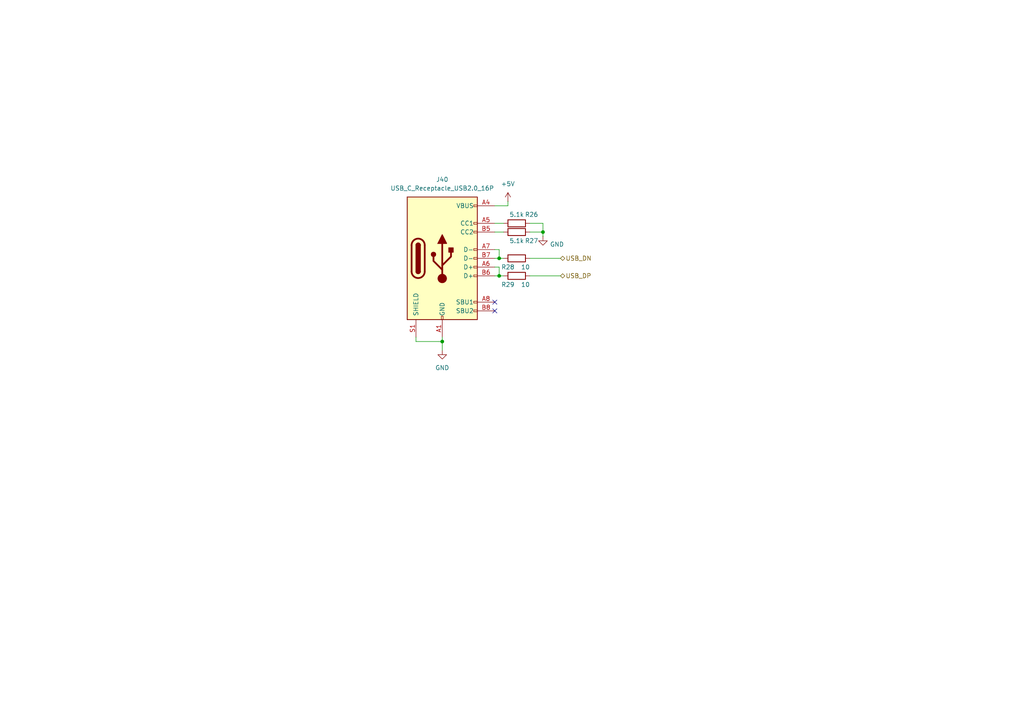
<source format=kicad_sch>
(kicad_sch (version 20250114) (generator "eeschema") (generator_version "9.0")
  (paper "A4")
  (lib_symbols
    (symbol "Connector:USB_C_Receptacle_USB2.0_16P" (pin_names (offset 1.016))
      (property "Reference" "J" (at 0 22.225 0))
      (property "Value" "USB_C_Receptacle_USB2.0_16P" (at 0 19.685 0))
      (symbol "USB_C_Receptacle_USB2.0_16P_0_0"
        (rectangle (start -0.254 -17.78) (end 0.254 -16.764))
        (rectangle (start 10.16 15.494) (end 9.144 14.986))
        (rectangle (start 10.16 10.414) (end 9.144 9.906))
        (rectangle (start 10.16 7.874) (end 9.144 7.366))
        (rectangle (start 10.16 2.794) (end 9.144 2.286))
        (rectangle (start 10.16 0.254) (end 9.144 -0.254))
        (rectangle (start 10.16 -2.286) (end 9.144 -2.794))
        (rectangle (start 10.16 -4.826) (end 9.144 -5.334))
        (rectangle (start 10.16 -12.446) (end 9.144 -12.954))
        (rectangle (start 10.16 -14.986) (end 9.144 -15.494))
      )
      (symbol "USB_C_Receptacle_USB2.0_16P_0_1"
        (rectangle (start -10.16 17.78) (end 10.16 -17.78) (stroke (width 0.254)) (fill (type background)))
        (polyline (pts (xy -8.89 -3.81) (xy -8.89 3.81)) (stroke (width 0.508)))
        (rectangle (start -7.62 -3.81) (end -6.35 3.81) (stroke (width 0.254)) (fill (type outline)))
        (arc (start -7.62 3.81) (mid -6.985 4.4423) (end -6.35 3.81) (stroke (width 0.254)))
        (arc (start -7.62 3.81) (mid -6.985 4.4423) (end -6.35 3.81) (stroke (width 0.254)) (fill (type outline)))
        (arc (start -8.89 3.81) (mid -6.985 5.7067) (end -5.08 3.81) (stroke (width 0.508)))
        (arc (start -5.08 -3.81) (mid -6.985 -5.7067) (end -8.89 -3.81) (stroke (width 0.508)))
        (arc (start -6.35 -3.81) (mid -6.985 -4.4423) (end -7.62 -3.81) (stroke (width 0.254)))
        (arc (start -6.35 -3.81) (mid -6.985 -4.4423) (end -7.62 -3.81) (stroke (width 0.254)) (fill (type outline)))
        (polyline (pts (xy -5.08 3.81) (xy -5.08 -3.81)) (stroke (width 0.508)))
        (circle (center -2.54 1.143) (radius 0.635) (stroke (width 0.254)) (fill (type outline)))
        (polyline (pts (xy -1.27 4.318) (xy 0 6.858) (xy 1.27 4.318) (xy -1.27 4.318)) (stroke (width 0.254)) (fill (type outline)))
        (polyline (pts (xy 0 -2.032) (xy 2.54 0.508) (xy 2.54 1.778)) (stroke (width 0.508)))
        (polyline (pts (xy 0 -3.302) (xy -2.54 -0.762) (xy -2.54 0.508)) (stroke (width 0.508)))
        (polyline (pts (xy 0 -5.842) (xy 0 4.318)) (stroke (width 0.508)))
        (circle (center 0 -5.842) (radius 1.27) (fill (type outline)))
        (rectangle (start 1.905 1.778) (end 3.175 3.048) (stroke (width 0.254)) (fill (type outline)))
      )
      (symbol "USB_C_Receptacle_USB2.0_16P_1_1"
        (pin passive line (at -7.62 -22.86 90) (length 5.08) (name "SHIELD") (number "S1"))
        (pin passive line (at 0 -22.86 90) (length 5.08) (name "GND") (number "A1"))
        (pin passive line (at 0 -22.86 90) (length 5.08) (hide yes) (name "GND") (number "A12"))
        (pin passive line (at 0 -22.86 90) (length 5.08) (hide yes) (name "GND") (number "B1"))
        (pin passive line (at 0 -22.86 90) (length 5.08) (hide yes) (name "GND") (number "B12"))
        (pin passive line (at 15.24 15.24 180) (length 5.08) (name "VBUS") (number "A4"))
        (pin passive line (at 15.24 15.24 180) (length 5.08) (hide yes) (name "VBUS") (number "A9"))
        (pin passive line (at 15.24 15.24 180) (length 5.08) (hide yes) (name "VBUS") (number "B4"))
        (pin passive line (at 15.24 15.24 180) (length 5.08) (hide yes) (name "VBUS") (number "B9"))
        (pin bidirectional line (at 15.24 10.16 180) (length 5.08) (name "CC1") (number "A5"))
        (pin bidirectional line (at 15.24 7.62 180) (length 5.08) (name "CC2") (number "B5"))
        (pin bidirectional line (at 15.24 2.54 180) (length 5.08) (name "D-") (number "A7"))
        (pin bidirectional line (at 15.24 0 180) (length 5.08) (name "D-") (number "B7"))
        (pin bidirectional line (at 15.24 -2.54 180) (length 5.08) (name "D+") (number "A6"))
        (pin bidirectional line (at 15.24 -5.08 180) (length 5.08) (name "D+") (number "B6"))
        (pin bidirectional line (at 15.24 -12.7 180) (length 5.08) (name "SBU1") (number "A8"))
        (pin bidirectional line (at 15.24 -15.24 180) (length 5.08) (name "SBU2") (number "B8"))
      )
    )
    (symbol "Device:R" (pin_numbers (hide yes)) (pin_names (offset 0))
      (property "Reference" "R" (at 2.032 0 90))
      (property "Value" "R" (at 0 0 90))
      (symbol "R_0_1"
        (rectangle (start -1.016 -2.54) (end 1.016 2.54) (stroke (width 0.254)))
      )
      (symbol "R_1_1"
        (pin passive line (at 0 3.81 270) (length 1.27) (name "~") (number "1"))
        (pin passive line (at 0 -3.81 90) (length 1.27) (name "~") (number "2"))
      )
    )
    (symbol "power:+5V" (power) (pin_numbers (hide yes)) (pin_names (offset 0) (hide yes))
      (property "Value" "+5V" (at 0 3.556 0))
      (symbol "+5V_0_1"
        (polyline (pts (xy -0.762 1.27) (xy 0 2.54)))
        (polyline (pts (xy 0 2.54) (xy 0.762 1.27)))
        (polyline (pts (xy 0 0) (xy 0 2.54)))
      )
      (symbol "+5V_1_1"
        (pin power_in line (at 0 0 90) (length 0) (name "~") (number "1"))
      )
    )
    (symbol "power:GND" (power) (pin_numbers (hide yes)) (pin_names (offset 0) (hide yes))
      (property "Value" "GND" (at 0 -3.81 0))
      (symbol "GND_0_1"
        (polyline (pts (xy 0 0) (xy 0 -1.27) (xy 1.27 -1.27) (xy 0 -2.54) (xy -1.27 -1.27) (xy 0 -1.27)))
      )
      (symbol "GND_1_1"
        (pin power_in line (at 0 0 270) (length 0) (name "~") (number "1"))
      )
    )
  )
  (junction (at 157.48 67.31))
  (junction (at 144.78 74.93))
  (junction (at 144.78 80.01))
  (junction (at 128.27 99.06))
  (no_connect (at 143.51 90.17))
  (no_connect (at 143.51 87.63))
  (wire (pts (xy 144.78 80.01) (xy 146.05 80.01)))
  (wire (pts (xy 128.27 99.06) (xy 128.27 101.6)))
  (wire (pts (xy 144.78 80.01) (xy 144.78 77.47)))
  (wire (pts (xy 143.51 77.47) (xy 144.78 77.47)))
  (wire (pts (xy 143.51 59.69) (xy 147.32 59.69)))
  (wire (pts (xy 153.67 74.93) (xy 162.56 74.93)))
  (wire (pts (xy 120.65 99.06) (xy 128.27 99.06)))
  (wire (pts (xy 157.48 64.77) (xy 157.48 67.31)))
  (wire (pts (xy 143.51 67.31) (xy 146.05 67.31)))
  (wire (pts (xy 143.51 80.01) (xy 144.78 80.01)))
  (wire (pts (xy 153.67 64.77) (xy 157.48 64.77)))
  (wire (pts (xy 143.51 72.39) (xy 144.78 72.39)))
  (wire (pts (xy 120.65 97.79) (xy 120.65 99.06)))
  (wire (pts (xy 144.78 74.93) (xy 146.05 74.93)))
  (wire (pts (xy 143.51 64.77) (xy 146.05 64.77)))
  (wire (pts (xy 157.48 67.31) (xy 157.48 68.58)))
  (wire (pts (xy 153.67 80.01) (xy 162.56 80.01)))
  (wire (pts (xy 143.51 74.93) (xy 144.78 74.93)))
  (wire (pts (xy 147.32 58.42) (xy 147.32 59.69)))
  (wire (pts (xy 144.78 74.93) (xy 144.78 72.39)))
  (wire (pts (xy 128.27 97.79) (xy 128.27 99.06)))
  (wire (pts (xy 153.67 67.31) (xy 157.48 67.31)))
  (hierarchical_label "USB_DN" (shape bidirectional) (at 162.56 74.93 0))
  (hierarchical_label "USB_DP" (shape bidirectional) (at 162.56 80.01 0))
  (symbol (lib_id "power:+5V") (at 147.32 58.42 0) (unit 1)
    (property "Reference" "#PWR075" (effects (hide yes)))
    (property "Value" "+5V" (at 147.32 53.34 0))
    (property "Description" "Power symbol creates a global label with name \"+5V\"" (effects (hide yes)))
  )
  (symbol (lib_id "Device:R") (at 149.86 74.93 90) (unit 1)
    (property "Reference" "R28" (at 147.32 77.47 90))
    (property "Value" "10" (at 152.4 77.47 90))
    (property "Footprint" "Resistor_SMD:R_0402_1005Metric" (effects (hide yes)))
    (property "Description" "Resistor" (effects (hide yes)))
    (property "JLC" "0402" (effects (hide yes)))
    (property "LCSC" "C25077" (effects (hide yes)))
  )
  (symbol (lib_id "power:GND") (at 157.48 68.58 0) (unit 1)
    (property "Reference" "#PWR076" (effects (hide yes)))
    (property "Value" "GND" (at 161.544 70.866 0))
    (property "Description" "Power symbol creates a global label with name \"GND\" , ground" (effects (hide yes)))
  )
  (symbol (lib_id "Connector:USB_C_Receptacle_USB2.0_16P") (at 128.27 74.93 0) (unit 1)
    (property "Reference" "J40" (at 128.27 52.07 0))
    (property "Value" "USB_C_Receptacle_USB2.0_16P" (at 128.27 54.61 0))
    (property "Footprint" "Connector_USB:USB_C_Receptacle_HRO_TYPE-C-31-M-12" (effects (hide yes)))
    (property "Datasheet" "https://www.usb.org/sites/default/files/documents/usb_type-c.zip" (effects (hide yes)))
    (property "Description" "USB 2.0-only 16P Type-C Receptacle connector" (effects (hide yes)))
    (property "LCSC" "C165948" (effects (hide yes)))
  )
  (symbol (lib_id "Device:R") (at 149.86 67.31 90) (mirror x) (unit 1)
    (property "Reference" "R27" (at 154.178 69.85 90))
    (property "Value" "5.1k" (at 149.86 69.85 90))
    (property "Footprint" "Resistor_SMD:R_0402_1005Metric" (effects (hide yes)))
    (property "Description" "Resistor" (effects (hide yes)))
    (property "JLC" "0402" (effects (hide yes)))
    (property "LCSC" "C25905" (effects (hide yes)))
  )
  (symbol (lib_id "Device:R") (at 149.86 64.77 90) (unit 1)
    (property "Reference" "R26" (at 154.178 62.23 90))
    (property "Value" "5.1k" (at 149.86 62.23 90))
    (property "Footprint" "Resistor_SMD:R_0402_1005Metric" (effects (hide yes)))
    (property "Description" "Resistor" (effects (hide yes)))
    (property "JLC" "0402" (effects (hide yes)))
    (property "LCSC" "C25905" (effects (hide yes)))
  )
  (symbol (lib_id "Device:R") (at 149.86 80.01 90) (unit 1)
    (property "Reference" "R29" (at 147.32 82.55 90))
    (property "Value" "10" (at 152.4 82.55 90))
    (property "Footprint" "Resistor_SMD:R_0402_1005Metric" (effects (hide yes)))
    (property "Description" "Resistor" (effects (hide yes)))
    (property "JLC" "0402" (effects (hide yes)))
    (property "LCSC" "C25077" (effects (hide yes)))
  )
  (symbol (lib_id "power:GND") (at 128.27 101.6 0) (unit 1)
    (property "Reference" "#PWR074" (effects (hide yes)))
    (property "Value" "GND" (at 128.27 106.68 0))
    (property "Description" "Power symbol creates a global label with name \"GND\" , ground" (effects (hide yes)))
  )
)
</source>
